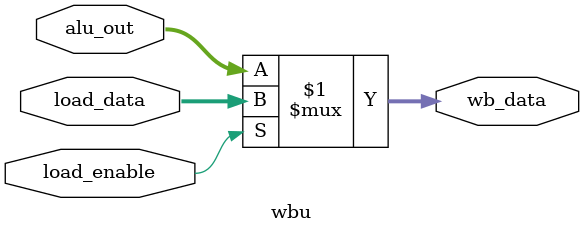
<source format=sv>
module wbu(
  input  wire load_enable,
  input  wire [31:0] load_data,
  input  wire [31:0] alu_out,

  output wire [31:0] wb_data
);

  assign wb_data = load_enable ? load_data : alu_out;

endmodule
</source>
